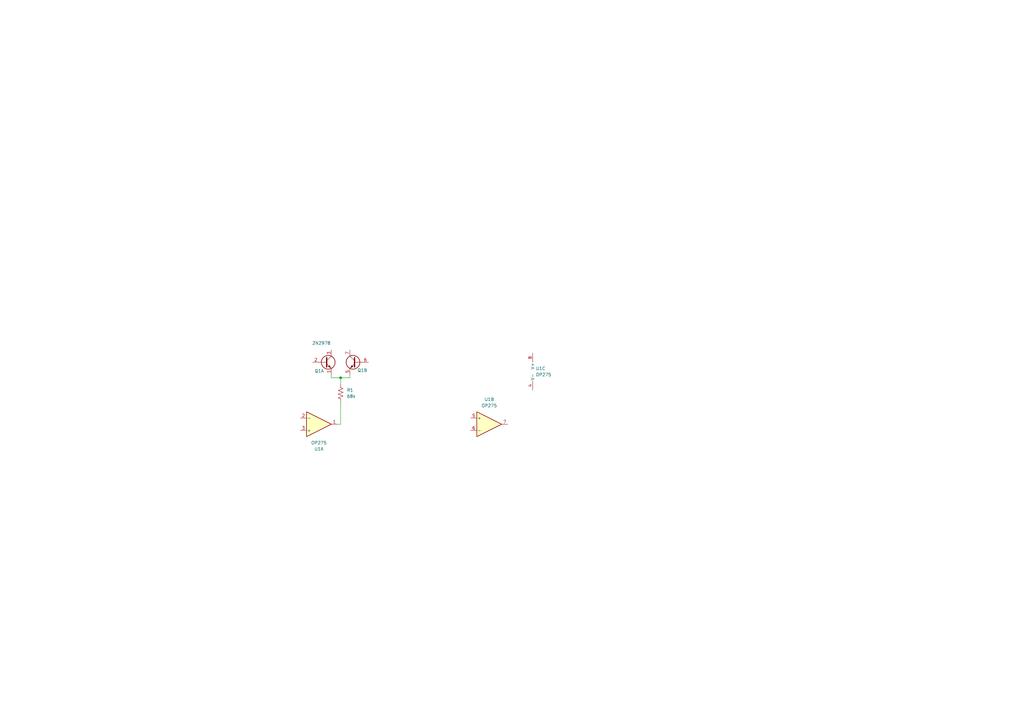
<source format=kicad_sch>
(kicad_sch (version 20250114) (generator "eeschema") (generator_version "9.0")
  (paper "A3")
  (title_block (title "Voltage Controlled Oscillator") (date "30 January 2026") (rev "1") (company "QuBi"))
  (lib_symbols
    (symbol "Amplifier_Operational:OP275" (pin_names (offset 0.127))
      (property "Reference" "U" (at 0 5.08 0))
      (property "Value" "OP275" (at 0 -5.08 0))
      (symbol "OP275_1_1"
        (polyline (pts (xy -5.08 5.08) (xy 5.08 0) (xy -5.08 -5.08) (xy -5.08 5.08)) (stroke (width 0.254)) (fill (type background)))
        (pin input line (at -7.62 2.54 0) (length 2.54) (name "+") (number "3"))
        (pin input line (at -7.62 -2.54 0) (length 2.54) (name "-") (number "2"))
        (pin output line (at 7.62 0 180) (length 2.54) (name "~") (number "1"))
      )
      (symbol "OP275_2_1"
        (polyline (pts (xy -5.08 5.08) (xy 5.08 0) (xy -5.08 -5.08) (xy -5.08 5.08)) (stroke (width 0.254)) (fill (type background)))
        (pin input line (at -7.62 2.54 0) (length 2.54) (name "+") (number "5"))
        (pin input line (at -7.62 -2.54 0) (length 2.54) (name "-") (number "6"))
        (pin output line (at 7.62 0 180) (length 2.54) (name "~") (number "7"))
      )
      (symbol "OP275_3_1"
        (pin power_in line (at -2.54 7.62 270) (length 3.81) (name "V+") (number "8"))
        (pin power_in line (at -2.54 -7.62 90) (length 3.81) (name "V-") (number "4"))
      )
    )
    (symbol "Device:R_US" (pin_numbers (hide yes)) (pin_names (offset 0))
      (property "Reference" "R" (at 2.54 0 90))
      (property "Value" "R_US" (at -2.54 0 90))
      (symbol "R_US_0_1"
        (polyline (pts (xy 0 2.286) (xy 0 2.54)))
        (polyline (pts (xy 0 2.286) (xy 1.016 1.905) (xy 0 1.524) (xy -1.016 1.143) (xy 0 0.762)))
        (polyline (pts (xy 0 0.762) (xy 1.016 0.381) (xy 0 0) (xy -1.016 -0.381) (xy 0 -0.762)))
        (polyline (pts (xy 0 -0.762) (xy 1.016 -1.143) (xy 0 -1.524) (xy -1.016 -1.905) (xy 0 -2.286)))
        (polyline (pts (xy 0 -2.286) (xy 0 -2.54)))
      )
      (symbol "R_US_1_1"
        (pin passive line (at 0 3.81 270) (length 1.27) (name "~") (number "1"))
        (pin passive line (at 0 -3.81 90) (length 1.27) (name "~") (number "2"))
      )
    )
    (symbol "ProjectLib_Transient:2N2978" (pin_names (offset 0) (hide yes))
      (property "Reference" "Q" (at 5.08 1.27 0))
      (property "Value" "2N2978" (at 5.08 -1.27 0))
      (symbol "2N2978_0_1"
        (polyline (pts (xy 0.635 1.905) (xy 0.635 -1.905)) (stroke (width 0.508)))
        (polyline (pts (xy 0.635 0.635) (xy 2.54 2.54)))
        (polyline (pts (xy 0.635 0) (xy -2.54 0)))
        (polyline (pts (xy 0.635 -0.635) (xy 2.54 -2.54)))
        (circle (center 1.27 0) (radius 2.8194) (stroke (width 0.254)))
        (polyline (pts (xy 1.27 -1.778) (xy 1.778 -1.27) (xy 2.286 -2.286) (xy 1.27 -1.778)) (fill (type outline)))
      )
      (symbol "2N2978_1_1"
        (pin input line (at -5.08 0 0) (length 2.54) (name "B1") (number "2"))
        (pin passive line (at 2.54 5.08 270) (length 2.54) (name "C1") (number "3"))
        (pin passive line (at 2.54 -5.08 90) (length 2.54) (name "E1") (number "1"))
      )
      (symbol "2N2978_2_1"
        (pin input line (at -5.08 0 0) (length 2.54) (name "B2") (number "6"))
        (pin passive line (at 2.54 5.08 270) (length 2.54) (name "C2") (number "7"))
        (pin passive line (at 2.54 -5.08 90) (length 2.54) (name "E2") (number "5"))
      )
    )
  )
  (junction (at 139.7 154.94))
  (wire (pts (xy 139.7 154.94) (xy 143.51 154.94)))
  (wire (pts (xy 143.51 154.94) (xy 143.51 153.67)))
  (wire (pts (xy 138.43 173.99) (xy 139.7 173.99)))
  (wire (pts (xy 139.7 154.94) (xy 139.7 157.48)))
  (wire (pts (xy 135.89 153.67) (xy 135.89 154.94)))
  (wire (pts (xy 135.89 154.94) (xy 139.7 154.94)))
  (wire (pts (xy 139.7 173.99) (xy 139.7 165.1)))
  (symbol (lib_id "ProjectLib_Transient:2N2978") (at 133.35 148.59 0) (unit 1)
    (property "Reference" "Q1" (at 129.032 152.146 0) (effects (justify left)))
    (property "Value" "2N2978" (at 128.016 140.716 0) (effects (justify left)))
    (property "Footprint" "ProjectLib_Transient:TO-5-6" (effects (hide yes)))
    (property "Description" "Dual NPN transistor, 6 pin package" (effects (hide yes)))
  )
  (symbol (lib_id "Amplifier_Operational:OP275") (at 200.66 173.99 0) (unit 2)
    (property "Reference" "U1" (at 200.66 163.83 0))
    (property "Value" "OP275" (at 200.66 166.37 0))
    (property "Footprint" "Package_DIP:DIP-8_W7.62mm_Socket_LongPads" (effects (hide yes)))
    (property "Datasheet" "https://www.analog.com/media/en/technical-documentation/data-sheets/OP275.pdf" (effects (hide yes)))
    (property "Description" "Dual Bipolar/JFET, Audio Operational Amplifier, DIP-8/SOIC-8" (effects (hide yes)))
  )
  (symbol (lib_id "Amplifier_Operational:OP275") (at 130.81 173.99 0) (mirror x) (unit 1)
    (property "Reference" "U1" (at 130.81 184.15 0))
    (property "Value" "OP275" (at 130.81 181.61 0))
    (property "Footprint" "Package_DIP:DIP-8_W7.62mm_Socket_LongPads" (effects (hide yes)))
    (property "Datasheet" "https://www.analog.com/media/en/technical-documentation/data-sheets/OP275.pdf" (effects (hide yes)))
    (property "Description" "Dual Bipolar/JFET, Audio Operational Amplifier, DIP-8/SOIC-8" (effects (hide yes)))
  )
  (symbol (lib_id "ProjectLib_Transient:2N2978") (at 146.05 148.59 0) (mirror y) (unit 2)
    (property "Reference" "Q1" (at 150.622 151.892 0) (effects (justify left)))
    (property "Value" "2N2978" (effects (hide yes)))
    (property "Footprint" "ProjectLib_Transient:TO-5-6" (effects (hide yes)))
    (property "Description" "Dual NPN transistor, 6 pin package" (effects (hide yes)))
  )
  (symbol (lib_id "Device:R_US") (at 139.7 161.29 0) (unit 1)
    (property "Reference" "R1" (at 142.24 160.0199 0) (effects (justify left)))
    (property "Value" "68k" (at 142.24 162.5599 0) (effects (justify left)))
    (property "Footprint" "Resistor_THT:R_Axial_DIN0207_L6.3mm_D2.5mm_P10.16mm_Horizontal" (effects (hide yes)))
    (property "Description" "Resistor, US symbol" (effects (hide yes)))
  )
  (symbol (lib_id "Amplifier_Operational:OP275") (at 220.98 152.4 0) (unit 3)
    (property "Reference" "U1" (at 219.71 151.1299 0) (effects (justify left)))
    (property "Value" "OP275" (at 219.71 153.6699 0) (effects (justify left)))
    (property "Footprint" "Package_DIP:DIP-8_W7.62mm_Socket_LongPads" (effects (hide yes)))
    (property "Datasheet" "https://www.analog.com/media/en/technical-documentation/data-sheets/OP275.pdf" (effects (hide yes)))
    (property "Description" "Dual Bipolar/JFET, Audio Operational Amplifier, DIP-8/SOIC-8" (effects (hide yes)))
  )
)
</source>
